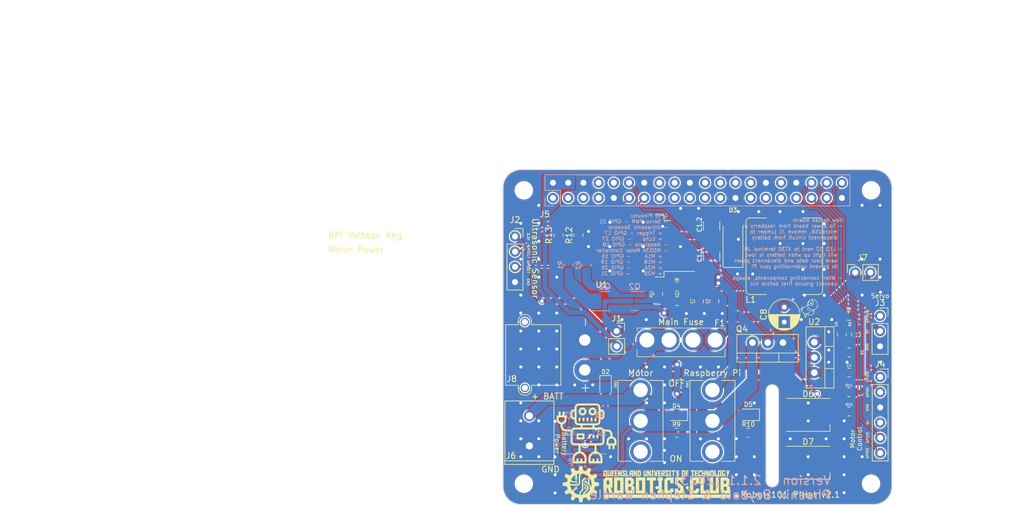
<source format=kicad_pcb>
(kicad_pcb (version 20211014) (generator pcbnew)
  (title_block (title "Robots101 Pi-Hat") (date "06 Aug 2023") (rev "2.12") (company "QUT Robotics Club") (comment 1 "By Phoenix Seybold & Stephen Wardle"))
  (layers (0 "F.Cu" signal) (31 "B.Cu" signal) (34 "B.Paste" user) (35 "F.Paste" user) (36 "B.SilkS" user "B.Silkscreen") (37 "F.SilkS" user "F.Silkscreen") (38 "B.Mask" user) (39 "F.Mask" user) (44 "Edge.Cuts" user))
  (net 0 "")
  (net 1 "GND")
  (net 2 "VCC")
  (net 3 "VDDA")
  (net 4 "+5VD")
  (net 5 "+BATT")
  (net 6 "VD")
  (net 7 "Net-(F1-Pad1)")
  (net 8 "/GPIO2{slash}SDA1")
  (net 9 "/GPIO3{slash}SCL1")
  (net 10 "/GPIO4{slash}GPCLK")
  (net 11 "/GPIO14{slash}TXD0")
  (net 12 "/GPIO15{slash}RXD0")
  (net 13 "/GPIO17{slash}GEN0")
  (net 14 "/GPIO18{slash}GEN1")
  (net 15 "/GPIO27{slash}GEN2")
  (net 16 "/GPIO22{slash}GEN3")
  (net 17 "/GPIO23{slash}GEN4")
  (net 18 "/ID_SDA")
  (net 19 "/ID_SCL")
  (net 20 "/GPIO24{slash}GEN5")
  (net 21 "/GPIO10{slash}MOSI")
  (net 22 "/GPIO9{slash}MISO")
  (net 23 "/GPIO25{slash}GEN6")
  (net 24 "/GPIO11{slash}SCLK")
  (net 25 "/GPIO8{slash}CE0")
  (net 26 "/GPIO7{slash}CE1")
  (net 27 "/GPIO5")
  (net 28 "/GPIO6")
  (net 29 "+5V")
  (net 30 "+3V3")
  (net 31 "/GPIO12")
  (net 32 "/GPIO13")
  (net 33 "/GPIO19")
  (net 34 "/GPIO16")
  (net 35 "/GPIO26")
  (net 36 "/GPIO20")
  (net 37 "/GPIO21")
  (net 38 "Net-(D3-Pad1)")
  (net 41 "/3v3")
  (net 42 "Net-(F1-Pad3)")
  (net 43 "Net-(D5-Pad1)")
  (net 44 "Vdrive")
  (net 46 "Net-(D4-Pad1)")
  (net 47 "Net-(Q1-Pad1)")
  (net 48 "Net-(Q1-Pad4)")
  (net 49 "Net-(Q3-Pad2)")
  (net 50 "-BATT")
  (net 51 "Net-(C5-Pad1)")
  (net 52 "Net-(R7-Pad1)")
  (net 53 "Net-(C3-Pad1)")
  (net 54 "Net-(D6-Pad1)")
  (net 55 "Net-(D6-Pad2)")
  (net 57 "Net-(J2-Pad3)")
  (net 58 "Net-(D2-Pad2)")
  (net 59 "Net-(C1.1-Pad2)")
  (footprint "Resistor_SMD:R_0805_2012Metric_Pad1.20x1.40mm_HandSolder" (layer "F.Cu") (at 141 88 180)
    (fp_text reference "R10")
    (fp_text value "100")
  )
  (footprint "Package_TO_SOT_SMD:TO-263-5_TabPin3" (layer "F.Cu") (at 123.968498 56.781287 180)
    (fp_text reference "U1")
    (fp_text value "LM2596S-5")
  )
  (footprint "Diode_SMD:D_0805_2012Metric_Pad1.15x1.40mm_HandSolder" (layer "F.Cu") (at 117.156137 80.296995 -90)
    (fp_text reference "D2")
    (fp_text value "LED")
  )
  (footprint "MountingHole:MountingHole_2.7mm_M2.5" (layer "F.Cu") (at 161.5 47.5)
    (fp_text reference "MH2" hide)
    (fp_text value "MountingHole_2.7mm_M2.5" hide)
  )
  (footprint "LOGO" (layer "F.Cu") (at 124 96.715514)
    (fp_text reference "G" hide)
    (fp_text value "LOGO" hide)
  )
  (footprint "Connector_AMASS:AMASS_XT30PW-M_1x02_P2.50mm_Horizontal" (layer "F.Cu") (at 113.675 72.5 90)
    (fp_text reference "J8")
    (fp_text value "Conn_01x02_Male")
  )
  (footprint "Capacitor_SMD:C_0805_2012Metric_Pad1.18x1.45mm_HandSolder" (layer "F.Cu") (at 157.771814 68.466446 180)
    (fp_text reference "C6")
    (fp_text value "22u T")
  )
  (footprint "Resistor_SMD:R_0805_2012Metric_Pad1.20x1.40mm_HandSolder" (layer "F.Cu") (at 157.803699 81.221472)
    (fp_text reference "R14")
    (fp_text value "1k")
  )
  (footprint "Resistor_SMD:R_0805_2012Metric_Pad1.20x1.40mm_HandSolder" (layer "F.Cu") (at 157.825507 74.590609 180)
    (fp_text reference "R3")
    (fp_text value "365")
  )
  (footprint "Connector_PinSocket_2.54mm:PinSocket_1x06_P2.54mm_Vertical" (layer "F.Cu") (at 163.025 78.675)
    (fp_text reference "J4")
    (fp_text value "Conn_01x06")
  )
  (footprint "LED_SMD:LED_WS2812B_PLCC4_5.0x5.0mm_P3.2mm" (layer "F.Cu") (at 151 85)
    (fp_text reference "D6")
    (fp_text value "WS2812B")
  )
  (footprint "Inductor_SMD:L_Bourns_SRR1260" (layer "F.Cu") (at 147.011263 58.507857 -90)
    (fp_text reference "L1")
    (fp_text value "48u")
  )
  (footprint "Connector_PinSocket_2.54mm:PinSocket_1x04_P2.54mm_Vertical" (layer "F.Cu") (at 102.025 55.2)
    (fp_text reference "J2")
    (fp_text value "Conn_01x04")
  )
  (footprint "Capacitor_SMD:C_0805_2012Metric_Pad1.18x1.45mm_HandSolder" (layer "F.Cu") (at 132.75 66.0375 -90)
    (fp_text reference "C7")
    (fp_text value "47u")
  )
  (footprint "Connector_PinSocket_2.54mm:PinSocket_1x02_P2.54mm_Vertical" (layer "F.Cu") (at 119 71)
    (fp_text reference "J1")
    (fp_text value "Conn_01x02" hide)
  )
  (footprint "Capacitor_SMD:C_1210_3225Metric_Pad1.33x2.70mm_HandSolder" (layer "F.Cu") (at 134.874 53.467 90)
    (fp_text reference "C1.2")
    (fp_text value "100u")
  )
  (footprint "Diode_SMD:D_0805_2012Metric_Pad1.15x1.40mm_HandSolder" (layer "F.Cu") (at 129 85 180)
    (fp_text reference "D4")
    (fp_text value "LED" hide)
  )
  (footprint "Resistor_SMD:R_0805_2012Metric_Pad1.20x1.40mm_HandSolder" (layer "F.Cu") (at 129 88 180)
    (fp_text reference "R9")
    (fp_text value "220")
  )
  (footprint "Capacitor_THT:CP_Radial_D5.0mm_P2.50mm" (layer "F.Cu") (at 147 67 -90)
    (fp_text reference "C8")
    (fp_text value "300u")
  )
  (footprint "Resistor_SMD:R_0805_2012Metric_Pad1.20x1.40mm_HandSolder" (layer "F.Cu") (at 158.97651 71.578299 90)
    (fp_text reference "R5")
    (fp_text value "121")
  )
  (footprint "MountingHole:MountingHole_2.7mm_M2.5" (layer "F.Cu") (at 103.5 96.5)
    (fp_text reference "MH3" hide)
    (fp_text value "MountingHole_2.7mm_M2.5" hide)
  )
  (footprint "Connector_PinSocket_2.54mm:PinSocket_1x03_P2.54mm_Vertical" (layer "F.Cu") (at 163 68.475)
    (fp_text reference "J3")
    (fp_text value "Conn_01x03")
  )
  (footprint "Capacitor_SMD:C_0805_2012Metric_Pad1.18x1.45mm_HandSolder" (layer "F.Cu") (at 129.098162 66)
    (fp_text reference "C3")
    (fp_text value "Cff = 10nf")
  )
  (footprint "Resistor_SMD:R_0805_2012Metric_Pad1.20x1.40mm_HandSolder" (layer "F.Cu") (at 112.625 55 -90)
    (fp_text reference "R12")
    (fp_text value "1k")
  )
  (footprint "Resistor_SMD:R_0805_2012Metric_Pad1.20x1.40mm_HandSolder" (layer "F.Cu") (at 125.943737 64.817671 90)
    (fp_text reference "R11")
    (fp_text value "1k")
  )
  (footprint "MountingHole:MountingHole_2.7mm_M2.5" (layer "F.Cu") (at 103.5 47.5)
    (fp_text reference "MH1" hide)
    (fp_text value "MountingHole_2.7mm_M2.5" hide)
  )
  (footprint "Diode_SMD:D_0805_2012Metric_Pad1.15x1.40mm_HandSolder" (layer "F.Cu") (at 141 85 180)
    (fp_text reference "D5")
    (fp_text value "LED" hide)
  )
  (footprint "Diode_SMD:D_SMA_Handsoldering" (layer "F.Cu") (at 138.43 55.9816 90)
    (fp_text reference "D3")
    (fp_text value "SK34A")
  )
  (footprint "RPi_Hat:Switch_SPDT_Jaycar" (layer "F.Cu") (at 123 86 -90)
    (fp_text reference "SW2")
    (fp_text value "SW_SPDT" hide)
  )
  (footprint "Capacitor_SMD:C_1210_3225Metric_Pad1.33x2.70mm_HandSolder" (layer "F.Cu") (at 134.874 58.547 90)
    (fp_text reference "C1.1")
    (fp_text value "100u")
  )
  (footprint "LED_SMD:LED_WS2812B_PLCC4_5.0x5.0mm_P3.2mm" (layer "F.Cu") (at 151 93)
    (fp_text reference "D7")
    (fp_text value "WS2812B")
  )
  (footprint "Resistor_SMD:R_0805_2012Metric_Pad1.20x1.40mm_HandSolder" (layer "F.Cu") (at 109.296824 55 -90)
    (fp_text reference "R13")
    (fp_text value "2k")
  )
  (footprint "RPi_Hat:MCCQ122" (layer "F.Cu") (at 124.056016 72.496126)
    (fp_text reference "F1")
    (fp_text value "MCCQ-122" hide)
  )
  (footprint "RPi_Hat:TE_282836-2" (layer "F.Cu") (at 104.427533 87.679143 90)
    (fp_text reference "J6")
    (fp_text value "Conn_01x02")
  )
  (footprint "MountingHole:MountingHole_2.7mm_M2.5" (layer "F.Cu") (at 161.5 96.5)
    (fp_text reference "MH4" hide)
    (fp_text value "MountingHole_2.7mm_M2.5" hide)
  )
  (footprint "Capacitor_SMD:C_0805_2012Metric_Pad1.18x1.45mm_HandSolder" (layer "F.Cu") (at 157.835457 77.944431)
    (fp_text reference "C4")
    (fp_text value "10u C")
  )
  (footprint "LOGO" (layer "F.Cu") (at 113.973939 88.098466)
    (fp_text reference "ROBOTS101" hide)
    (fp_text value "LOGO" hide)
  )
  (footprint "RPi_Hat:Switch_SPDT_Jaycar" (layer "F.Cu") (at 135 86 -90)
    (fp_text reference "SW1")
    (fp_text value "SW_SPDT" hide)
  )
  (footprint "Package_TO_SOT_THT:TO-220-3_Vertical" (layer "F.Cu") (at 146.77339 72.928876 180)
    (fp_text reference "Q4")
    (fp_text value "IRF9540N")
  )
  (footprint "Capacitor_SMD:C_0805_2012Metric_Pad1.18x1.45mm_HandSolder" (layer "F.Cu") (at 135.326228 66.019294 -90)
    (fp_text reference "C2")
    (fp_text value "47u")
  )
  (footprint "Capacitor_SMD:C_0805_2012Metric_Pad1.18x1.45mm_HandSolder" (layer "F.Cu") (at 156.619695 71.586129 90)
    (fp_text reference "C5")
    (fp_text value "10u")
  )
  (footprint "LOGO" (layer "F.Cu") (at 150.804892 67.343862 -65)
    (fp_text reference "G" hide)
    (fp_text value "LOGO" hide)
  )
  (footprint "Connector_PinSocket_2.54mm:PinSocket_1x02_P2.54mm_Vertical" (layer "F.Cu") (at 158.851759 61.219568 90)
    (fp_text reference "J7")
    (fp_text value "Conn_01x02")
  )
  (footprint "Resistor_SMD:R_0805_2012Metric_Pad1.20x1.40mm_HandSolder" (layer "F.Cu") (at 157.810399 84.437912 180)
    (fp_text reference "R15")
    (fp_text value "2k")
  )
  (footprint "Package_TO_SOT_THT:TO-220-3_Vertical" (layer "F.Cu") (at 152.020447 72.866553 -90)
    (fp_text reference "U2")
    (fp_text value "LM1085-5.0")
  )
  (footprint "Resistor_SMD:R_0805_2012Metric_Pad1.20x1.40mm_HandSolder" (layer "F.Cu") (at 129.068979 63.563219)
    (fp_text reference "R6")
    (fp_text value "3k")
  )
  (footprint "Connector_PinSocket_2.54mm:PinSocket_2x20_P2.54mm_Vertical" (layer "B.Cu") (at 108.37 48.77 -90)
    (fp_text reference "J5")
    (fp_text value "GPIO")
  )
  (footprint "Resistor_SMD:R_0805_2012Metric_Pad1.20x1.40mm_HandSolder" (layer "B.Cu") (at 111 60 90)
    (fp_text reference "R1")
    (fp_text value "10k")
  )
  (footprint "Resistor_SMD:R_0805_2012Metric_Pad1.20x1.40mm_HandSolder" (layer "B.Cu") (at 111.041734 86.356743 180)
    (fp_text reference "R7")
    (fp_text value "180k")
  )
  (footprint "Package_TO_SOT_SMD:SOT-23-6_Handsoldering" (layer "B.Cu") (at 117 66)
    (fp_text reference "Q1")
    (fp_text value "DMMT5401-7-F")
  )
  (footprint "Resistor_SMD:R_0805_2012Metric_Pad1.20x1.40mm_HandSolder" (layer "B.Cu") (at 114 60 90)
    (fp_text reference "R2")
    (fp_text value "47k")
  )
  (footprint "Resistor_SMD:R_0805_2012Metric_Pad1.20x1.40mm_HandSolder" (layer "B.Cu") (at 113.723581 92.86361 180)
    (fp_text reference "R4")
    (fp_text value "2K")
  )
  (footprint "Package_TO_SOT_SMD:SOT-23-3" (layer "B.Cu") (at 116.457544 89.950975)
    (fp_text reference "U3")
    (fp_text value "AZ431AN-ATRE1")
  )
  (footprint "Package_TO_SOT_SMD:SOT-23-3" (layer "B.Cu") (at 111.183882 89.950289 180)
    (fp_text reference "Q3")
    (fp_text value "SS8050")
  )
  (footprint "Package_TO_SOT_SMD:SOT-23" (layer "B.Cu") (at 122 66 180)
    (fp_text reference "Q2")
    (fp_text value "DGM2305UX")
  )
  (footprint "Resistor_SMD:R_0805_2012Metric_Pad1.20x1.40mm_HandSolder" (layer "B.Cu") (at 116.156864 86.355022)
    (fp_text reference "R8")
    (fp_text value "100K")
  )
  (gr_line (start 165 47) (end 165 97) (layer "Edge.Cuts") (width 0.1))
  (gr_arc (start 162 44) (mid 164.12132 44.87868) (end 165 47) (layer "Edge.Cuts") (width 0.1))
  (gr_line (start 100 47) (end 100 97) (layer "Edge.Cuts") (width 0.1))
  (gr_line (start 146 81) (end 146 96) (layer "Edge.Cuts") (width 0.1))
  (gr_line (start 144 96) (end 144 81) (layer "Edge.Cuts") (width 0.1))
  (gr_arc (start 103 100) (mid 100.87868 99.12132) (end 100 97) (layer "Edge.Cuts") (width 0.1))
  (gr_line (start 103 100) (end 162 100) (layer "Edge.Cuts") (width 0.1))
  (gr_arc (start 144 81) (mid 145 80) (end 146 81) (layer "Edge.Cuts") (width 0.1))
  (gr_arc (start 165 97) (mid 164.12132 99.12132) (end 162 100) (layer "Edge.Cuts") (width 0.1))
  (gr_arc (start 100 47) (mid 100.87868 44.87868) (end 103 44) (layer "Edge.Cuts") (width 0.1))
  (gr_arc (start 146 96) (mid 145 97) (end 144 96) (layer "Edge.Cuts") (width 0.1))
  (gr_line (start 162 44) (end 103 44) (layer "Edge.Cuts") (width 0.1))
  (gr_text "GPIO Pinouts:\n- Servo PWM - GPIO 21\n- Ultrasonic Sensors:\n  = Trigger - GPIO 17\n  = Echo    - GPIO 27\n- Neopixels - GPIO 18\n- MDD3A Motor Controller\n  = M1A     - GPIO 16\n  = M1B     - GPIO 19\n  = M2A     - GPIO 20\n  = M2B     - GPIO 21" (at 127.635 56.565564) (layer "B.SilkS") (effects (font (size 0.6 0.6) (thickness 0.1)) (justify left mirror)))
  (gr_text "Version   2.1.1 (2023)\nPhoenix Seybold & Stephen Wardle" (at 154.94 97.155) (layer "B.SilkS") (effects (font (size 1.5 1.5) (thickness 0.2)) (justify left mirror)))
  (gr_text "How to use board:\n- To power board from raspberry pi\n  microUSB, remove J1 jumper to \n  disconnect circuit from battery\n\n- LED D2 next to XT30 terminal J8 \n  will light up when battery is low; \n  save your data and disconnect power \n  to prevent undervolting your Pi\n\n- When connecting components, always \n  connect ground first before Vcc" (at 156.845 57.785) (layer "B.SilkS") (effects (font (size 0.6 0.6) (thickness 0.1)) (justify left mirror)))
  (gr_text "Servo" (at 162.999485 65.126006) (layer "F.SilkS") (effects (font (size 0.75 0.75) (thickness 0.12))))
  (gr_text "GND" (at 107.95 94.107) (layer "F.SilkS") (effects (font (size 1 1))))
  (gr_text "Raspberry Pi\n" (at 135 78) (layer "F.SilkS") (effects (font (size 1 1))))
  (gr_text "3.3V" (at 104.278692 55.220178 270) (layer "F.SilkS") (effects (font (size 0.4 0.4) (thickness 0.08))))
  (gr_text "RPi Voltage Reg" (at 77 55) (layer "F.SilkS") (effects (font (size 1 1))))
  (gr_text "Ultrasonic Sensor\n" (at 105.407967 58.861263 270) (layer "F.SilkS") (effects (font (size 1 1))))
  (gr_text "5V" (at 160.928663 86.285344 90) (layer "F.SilkS") (effects (font (size 0.4 0.4) (thickness 0.08))))
  (gr_text "GPIO3" (at 160.911012 88.829771 90) (layer "F.SilkS") (effects (font (size 0.4 0.4) (thickness 0.08))))
  (gr_text "5V" (at 160.896579 71.059302 90) (layer "F.SilkS") (effects (font (size 0.4 0.4) (thickness 0.08))))
  (gr_text "GND" (at 160.889753 83.766535 90) (layer "F.SilkS") (effects (font (size 0.4 0.4) (thickness 0.08))))
  (gr_text "GPIO4" (at 160.91245 81.182875 90) (layer "F.SilkS") (effects (font (size 0.4 0.4) (thickness 0.08))))
  (gr_text "Battery\nPower" (at 109.703175 89.828154 270) (layer "F.SilkS") (effects (font (size 0.75 0.75) (thickness 0.12))))
  (gr_text "GND" (at 160.868326 73.644397 90) (layer "F.SilkS") (effects (font (size 0.4 0.4) (thickness 0.08))))
  (gr_text "GPIO9" (at 160.922178 78.652519 90) (layer "F.SilkS") (effects (font (size 0.4 0.4) (thickness 0.08))))
  (gr_text "Motor Power" (at 75.438 57.404) (layer "F.SilkS") (effects (font (size 1 1))))
  (gr_text "GPIO17" (at 104.278692 57.770517 270) (layer "F.SilkS") (effects (font (size 0.4 0.4) (thickness 0.08))))
  (gr_text "GND" (at 104.252931 62.819673 270) (layer "F.SilkS") (effects (font (size 0.4 0.4) (thickness 0.08))))
  (gr_text "ON" (at 128.905 92.329) (layer "F.SilkS") (effects (font (size 1 1))))
  (gr_text "OFF" (at 129.032 79.756) (layer "F.SilkS") (effects (font (size 1 1))))
  (gr_text "Motor\nControl" (at 159 89 90) (layer "F.SilkS") (effects (font (size 0.75 0.75) (thickness 0.12))))
  (gr_text "Motor" (at 123 78) (layer "F.SilkS") (effects (font (size 1 1))))
  (gr_text "GPIO18" (at 160.910705 68.558965 90) (layer "F.SilkS") (effects (font (size 0.4 0.4) (thickness 0.08))))
  (gr_text "GPIO2" (at 160.883267 91.381328 90) (layer "F.SilkS") (effects (font (size 0.4 0.4) (thickness 0.08))))
  (gr_text "Main Fuse" (at 129.756016 69.478091) (layer "F.SilkS") (effects (font (size 1 1))))
  (gr_text "+ BATT" (at 107.442 81.915) (layer "F.SilkS") (effects (font (size 1 1))))
  (gr_text "Robots101 PiHat v2.1" (at 148 98.327608) (layer "F.SilkS") (effects (font (size 1 1))))
  (gr_text "GPIO27\n" (at 104.252931 60.295095 270) (layer "F.SilkS") (effects (font (size 0.4 0.4) (thickness 0.08))))
  (via (at 106 53) (size 0.7) (drill 0.5) (layers "F.Cu" "B.Cu") (net 1))
  (via (at 146.304 56.388) (size 0.7) (drill 0.5) (layers "F.Cu" "B.Cu") (net 1))
  (via (at 114.3 54.356) (size 0.7) (drill 0.5) (layers "F.Cu" "B.Cu") (net 1))
  (via (at 160 59) (size 0.7) (drill 0.5) (layers "F.Cu" "B.Cu") (net 1))
  (via (at 139.3416 55.6796) (size 0.7) (drill 0.5) (layers "F.Cu" "B.Cu") (net 1))
  (via (at 124 83) (size 0.7) (drill 0.5) (layers "F.Cu" "B.Cu") (net 1))
  (via (at 142 92) (size 0.7) (drill 0.5) (layers "F.Cu" "B.Cu") (net 1))
  (via (at 163 62) (size 0.7) (drill 0.5) (layers "F.Cu" "B.Cu") (net 1))
  (via (at 123.444 56.896) (size 0.7) (drill 0.5) (layers "F.Cu" "B.Cu") (net 1))
  (via (at 125.73 97.155) (size 0.7) (drill 0.5) (layers "F.Cu" "B.Cu") (net 1))
  (via (at 150.114 60.706) (size 0.7) (drill 0.5) (layers "F.Cu" "B.Cu") (net 1))
  (via (at 123.952 69.088) (size 0.7) (drill 0.5) (layers "F.Cu" "B.Cu") (net 1))
  (via (at 106 71) (size 0.7) (drill 0.5) (layers "F.Cu" "B.Cu") (net 1))
  (via (at 103 86) (size 0.7) (drill 0.5) (layers "F.Cu" "B.Cu") (net 1))
  (via (at 132.6896 50.5178) (size 0.7) (drill 0.5) (layers "F.Cu" "B.Cu") (net 1))
  (via (at 109 77) (size 0.7) (drill 0.5) (layers "F.Cu" "B.Cu") (net 1))
  (via (at 109 68) (size 0.7) (drill 0.5) (layers "F.Cu" "B.Cu") (net 1))
  (via (at 108.712 92) (size 0.7) (drill 0.5) (layers "F.Cu" "B.Cu") (net 1))
  (via (at 148 89) (size 0.7) (drill 0.5) (layers "F.Cu" "B.Cu") (net 1))
  (via (at 163 50) (size 0.7) (drill 0.5) (layers "F.Cu" "B.Cu") (net 1))
  (via (at 127 83) (size 0.7) (drill 0.5) (layers "F.Cu" "B.Cu") (net 1))
  (via (at 150.368 65.024) (size 0.7) (drill 0.5) (layers "F.Cu" "B.Cu") (net 1))
  (via (at 103 92) (size 0.7) (drill 0.5) (layers "F.Cu" "B.Cu") (net 1))
  (via (at 103 89) (size 0.7) (drill 0.5) (layers "F.Cu" "B.Cu") (net 1))
  (via (at 127 89) (size 0.7) (drill 0.5) (layers "F.Cu" "B.Cu") (net 1))
  (via (at 154.432 74.168) (size 0.7) (drill 0.5) (layers "F.Cu" "B.Cu") (net 1))
  (via (at 106 50) (size 0.7) (drill 0.5) (layers "F.Cu" "B.Cu") (net 1))
  (via (at 139 89) (size 0.7) (drill 0.5) (layers "F.Cu" "B.Cu") (net 1))
  (via (at 123.444 52.832) (size 0.7) (drill 0.5) (layers "F.Cu" "B.Cu") (net 1))
  (via (at 127 77) (size 0.7) (drill 0.5) (layers "F.Cu" "B.Cu") (net 1))
  (via (at 106 74) (size 0.7) (drill 0.5) (layers "F.Cu" "B.Cu") (net 1))
  (via (at 157 86) (size 0.7) (drill 0.5) (layers "F.Cu" "B.Cu") (net 1))
  (via (at 149.86 69.088) (size 0.7) (drill 0.5) (layers "F.Cu" "B.Cu") (net 1))
  (via (at 119.888 69.088) (size 0.7) (drill 0.5) (layers "F.Cu" "B.Cu") (net 1))
  (via (at 130.652 68.072) (size 0.7) (drill 0.5) (layers "F.Cu" "B.Cu") (net 1))
  (via (at 129.667 56.896) (size 0.7) (drill 0.5) (layers "F.Cu" "B.Cu") (net 1))
  (via (at 142 83) (size 0.7) (drill 0.5) (layers "F.Cu" "B.Cu") (net 1))
  (via (at 133 77) (size 0.7) (drill 0.5) (layers "F.Cu" "B.Cu") (net 1))
  (via (at 121 89) (size 0.7) (drill 0.5) (layers "F.Cu" "B.Cu") (net 1))
  (via (at 154.432 71.12) (size 0.7) (drill 0.5) (layers "F.Cu" "B.Cu") (net 1))
  (via (at 150.114 51.054) (size 0.7) (drill 0.5) (layers "F.Cu" "B.Cu") (net 1))
  (via (at 108.712 95) (size 0.7) (drill 0.5) (layers "F.Cu" "B.Cu") (net 1))
  (via (at 106 80) (size 0.7) (drill 0.5) (layers "F.Cu" "B.Cu") (net 1))
  (via (at 124 89) (size 0.7) (drill 0.5) (layers "F.Cu" "B.Cu") (net 1))
  (via (at 163.068 76.2) (size 0.7) (drill 0.5) (layers "F.Cu" "B.Cu") (net 1))
  (via (at 109 74) (size 0.7) (drill 0.5) (layers "F.Cu" "B.Cu") (net 1))
  (via (at 151 86) (size 0.7) (drill 0.5) (layers "F.Cu" "B.Cu") (net 1))
  (via (at 106 59) (size 0.7) (drill 0.5) (layers "F.Cu" "B.Cu") (net 1))
  (via (at 150.114 56.388) (size 0.7) (drill 0.5) (layers "F.Cu" "B.Cu") (net 1))
  (via (at 103 59) (size 0.7) (drill 0.5) (layers "F.Cu" "B.Cu") (net 1))
  (via (at 151 95) (size 0.7) (drill 0.5) (layers "F.Cu" "B.Cu") (net 1))
  (via (at 106 62) (size 0.7) (drill 0.5) (layers "F.Cu" "B.Cu") (net 1))
  (via (at 103 65) (size 0.7) (drill 0.5) (layers "F.Cu" "B.Cu") (net 1))
  (via (at 142 95) (size 0.7) (drill 0.5) (layers "F.Cu" "B.Cu") (net 1))
  (via (at 154.432 76.2) (size 0.7) (drill 0.5) (layers "F.Cu" "B.Cu") (net 1))
  (via (at 136.652 68.072) (size 0.7) (drill 0.5) (layers "F.Cu" "B.Cu") (net 1))
  (via (at 139.192 61.468) (size 0.7) (drill 0.5) (layers "F.Cu" "B.Cu") (net 1))
  (via (at 124 77) (size 0.7) (drill 0.5) (layers "F.Cu" "B.Cu") (net 1))
  (via (at 117.856 56.896) (size 0.7) (drill 0.5) (layers "F.Cu" "B.Cu") (net 1))
  (via (at 142.748 51.054) (size 0.7) (drill 0.5) (layers "F.Cu" "B.Cu") (net 1))
  (via (at 103 74) (size 0.7) (drill 0.5) (layers "F.Cu" "B.Cu") (net 1))
  (via (at 126.6896 53.5178) (size 0.7) (drill 0.5) (layers "F.Cu" "B.Cu") (net 1))
  (via (at 139 92) (size 0.7) (drill 0.5) (layers "F.Cu" "B.Cu") (net 1))
  (via (at 157 95) (size 0.7) (drill 0.5) (layers "F.Cu" "B.Cu") (net 1))
  (via (at 133.652 68.072) (size 0.7) (drill 0.5) (layers "F.Cu" "B.Cu") (net 1))
  (via (at 109 62) (size 0.7) (drill 0.5) (layers "F.Cu" "B.Cu") (net 1))
  (via (at 141.732 61.468) (size 0.7) (drill 0.5) (layers "F.Cu" "B.Cu") (net 1))
  (via (at 127 92.964) (size 0.7) (drill 0.5) (layers "F.Cu" "B.Cu") (net 1))
  (via (at 160 92) (size 0.7) (drill 0.5) (layers "F.Cu" "B.Cu") (net 1))
  (via (at 106 68) (size 0.7) (drill 0.5) (layers "F.Cu" "B.Cu") (net 1))
  (via (at 136 89) (size 0.7) (drill 0.5) (layers "F.Cu" "B.Cu") (net 1))
  (via (at 115 80) (size 0.7) (drill 0.5) (layers "F.Cu" "B.Cu") (net 1))
  (via (at 114.3 56.896) (size 0.7) (drill 0.5) (layers "F.Cu" "B.Cu") (net 1))
  (via (at 139 95) (size 0.7) (drill 0.5) (layers "F.Cu" "B.Cu") (net 1))
  (via (at 136 77) (size 0.7) (drill 0.5) (layers "F.Cu" "B.Cu") (net 1))
  (via (at 106 77) (size 0.7) (drill 0.5) (layers "F.Cu" "B.Cu") (net 1))
  (via (at 154 89) (size 0.7) (drill 0.5) (layers "F.Cu" "B.Cu") (net 1))
  (via (at 129.6896 50.5178) (size 0.7) (drill 0.5) (layers "F.Cu" "B.Cu") (net 1))
  (via (at 153.67 60.706) (size 0.7) (drill 0.5) (layers "F.Cu" "B.Cu") (net 1))
  (via (at 127 80) (size 0.7) (drill 0.5) (layers "F.Cu" "B.Cu") (net 1))
  (via (at 157.48 76.2) (size 0.7) (drill 0.5) (layers "F.Cu" "B.Cu") (net 1))
  (via (at 106 56) (size 0.7) (drill 0.5) (layers "F.Cu" "B.Cu") (net 1))
  (via (at 103 68) (size 0.7) (drill 0.5) (layers "F.Cu" "B.Cu") (net 1))
  (via (at 139.3416 51.054) (size 0.7) (drill 0.5) (layers "F.Cu" "B.Cu") (net 1))
  (via (at 154.94 69.088) (size 0.7) (drill 0.5) (layers "F.Cu" "B.Cu") (net 1))
  (via (at 133 89) (size 0.7) (drill 0.5) (layers "F.Cu" "B.Cu") (net 1))
  (via (at 157 92) (size 0.7) (drill 0.5) (layers "F.Cu" "B.Cu") (net 1))
  (via (at 117.856 60.96) (size 0.7) (drill 0.5) (layers "F.Cu" "B.Cu") (net 1))
  (via (at 109 80) (size 0.7) (drill 0.5) (layers "F.Cu" "B.Cu") (net 1))
  (via (at 157 89) (size 0.7) (drill 0.5) (layers "F.Cu" "B.Cu") (net 1))
  (via (at 112 80) (size 0.7) (drill 0.5) (layers "F.Cu" "B.Cu") (net 1))
  (via (at 106 92) (size 0.7) (drill 0.5) (layers "F.Cu" "B.Cu") (net 1))
  (via (at 160 65) (size 0.7) (drill 0.5) (layers "F.Cu" "B.Cu") (net 1))
  (via (at 103 83) (size 0.7) (drill 0.5) (layers "F.Cu" "B.Cu") (net 1))
  (via (at 153.67 56.388) (size 0.7) (drill 0.5) (layers "F.Cu" "B.Cu") (net 1))
  (via (at 163 59) (size 0.7) (drill 0.5) (layers "F.Cu" "B.Cu") (net 1))
  (via (at 118 92) (size 0.7) (drill 0.5) (layers "F.Cu" "B.Cu") (net 1))
  (via (at 130.81 97.155) (size 0.7) (drill 0.5) (layers "F.Cu" "B.Cu") (net 1))
  (via (at 108.712 98.044) (size 0.7) (drill 0.5) (layers "F.Cu" "B.Cu") (net 1))
  (via (at 103 77) (size 0.7) (drill 0.5) (layers "F.Cu" "B.Cu") (net 1))
  (via (at 123.444 60.96) (size 0.7) (drill 0.5) (layers "F.Cu" "B.Cu") (net 1))
  (via (at 117.856 52.832) (size 0.7) (drill 0.5) (layers "F.Cu" "B.Cu") (net 1))
  (via (at 151 83) (size 0.7) (drill 0.5) (layers "F.Cu" "B.Cu") (net 1))
  (via (at 146.304 51.054) (size 0.7) (drill 0.5) (layers "F.Cu" "B.Cu") (net 1))
  (via (at 103 53) (size 0.7) (drill 0.5) (layers "F.Cu" "B.Cu") (net 1))
  (via (at 163.068 64.516) (size 0.7) (drill 0.5) (layers "F.Cu" "B.Cu") (net 1))
  (via (at 109 71) (size 0.7) (drill 0.5) (layers "F.Cu" "B.Cu") (net 1))
  (via (at 106 89) (size 0.7) (drill 0.5) (layers "F.Cu" "B.Cu") (net 1))
  (via (at 153.67 65.024) (size 0.7) (drill 0.5) (layers "F.Cu" "B.Cu") (net 1))
  (via (at 127 90.932) (size 0.7) (drill 0.5) (layers "F.Cu" "B.Cu") (net 1))
  (via (at 157 98) (size 0.7) (drill 0.5) (layers "F.Cu" "B.Cu") (net 1))
  (via (at 151 92) (size 0.7) (drill 0.5) (layers "F.Cu" "B.Cu") (net 1))
  (via (at 153.67 53.086) (size 0.7) (drill 0.5) (layers "F.Cu" "B.Cu") (net 1))
  (via (at 139 98.552) (size 0.7) (drill 0.5) (layers "F.Cu" "B.Cu") (net 1))
  (via (at 160 50) (size 0.7) (drill 0.5) (layers "F.Cu" "B.Cu") (net 1))
  (via (at 106 86) (size 0.7) (drill 0.5) (layers "F.Cu" "B.Cu") (net 1))
  (via (at 103 71) (size 0.7) (drill 0.5) (layers "F.Cu" "B.Cu") (net 1))
  (via (at 108.712 86.101252) (size 0.7) (drill 0.5) (layers "F.Cu" "B.Cu") (net 1))
  (segment (start 148.698834 76.489095) (end 139.503979 76.489095) (width 1.9) (layer "F.Cu") (net 2))
  (segment (start 151.984452 77.910558) (end 152.020447 77.946553) (width 0.2) (layer "F.Cu") (net 2))
  (segment (start 132.67857 63) (end 129.875 60.19643) (width 0.9) (layer "F.Cu") (net 2))
  (segment (start 136 63) (end 132.67857 63) (width 0.9) (layer "F.Cu") (net 2))
  (segment (start 156.795835 77.946553) (end 156.797957 77.944431) (width 1.45) (layer "F.Cu") (net 2))
  (segment (start 150.120297 77.910558) (end 148.698834 76.489095) (width 1.9) (layer "F.Cu") (net 2))
  (segment (start 135.891215 61.088215) (end 134.99943 60.19643) (width 0.9) (layer "F.Cu") (net 2))
  (segment (start 135.891215 61.891215) (end 135.891215 61.088215) (width 0.9) (layer "F.Cu") (net 2))
  (segment (start 135.071537 80.921537) (end 135 80.85) (width 2) (layer "F.Cu") (net 2))
  (segment (start 136 62) (end 135.891215 61.891215) (width 0.6) (layer "F.Cu") (net 2))
  (segment (start 139.503979 76.489095) (end 135.071537 80.921537) (width 1.9) (layer "F.Cu") (net 2))
  (segment (start 152.020447 77.946553) (end 156.795835 77.946553) (width 1.45) (layer "F.Cu") (net 2))
  (segment (start 134.99943 60.19643) (end 129.725 60.19643) (width 1.1) (layer "F.Cu") (net 2))
  (segment (start 151.984452 77.910558) (end 150.120297 77.910558) (width 1.9) (layer "F.Cu") (net 2))
  (via (at 136 63) (size 0.9) (drill 0.6) (layers "F.Cu" "B.Cu") (net 2))
  (via (at 136 62) (size 0.9) (drill 0.6) (layers "F.Cu" "B.Cu") (net 2))
  (segment (start 137.720355 63.720355) (end 137.673375 63.720355) (width 0.9) (layer "B.Cu") (net 2))
  (segment (start 136 62) (end 136 63) (width 0.9) (layer "B.Cu") (net 2))
  (segment (start 136 63) (end 136.704695 63.704695) (width 0.9) (layer "B.Cu") (net 2))
  (segment (start 138.380869 65.092278) (end 138.380869 77.469131) (width 1.5) (layer "B.Cu") (net 2))
  (segment (start 136.030279 62.030279) (end 137.720355 63.720355) (width 0.9) (layer "B.Cu") (net 2))
  (segment (start 136.704695 63.704695) (end 137.689035 63.704695) (width 0.9) (layer "B.Cu") (net 2))
  (segment (start 136.602353 63.313762) (end 136.993286 63.704695) (width 0.6) (layer "B.Cu") (net 2))
  (segment (start 136.993286 63.704695) (end 137.689035 63.704695) (width 0.6) (layer "B.Cu") (net 2))
  (segment (start 138.380869 77.469131) (end 135 80.85) (width 1.5) (layer "B.Cu") (net 2))
  (segment (start 136.602353 63.313762) (end 138.380869 65.092278) (width 1.3) (layer "B.Cu") (net 2))
  (segment (start 128.823854 68) (end 130.135662 66.688192) (width 1.2) (layer "F.Cu") (net 3))
  (segment (start 138.136905 64.942956) (end 146.561136 64.942956) (width 0.5) (layer "F.Cu") (net 3))
  (segment (start 135.335393 64.972629) (end 135.326228 64.981794) (width 0.2) (layer "F.Cu") (net 3))
  (segment (start 137.266324 64.972629) (end 135.335393 64.972629) (width 0.6) (layer "F.Cu") (net 3))
  (segment (start 139.726575 67.43288) (end 137.266324 64.972629) (width 0.6) (layer "F.Cu") (net 3))
  (segment (start 147.011263 66.988737) (end 147 67) (width 0.6) (layer "F.Cu") (net 3))
  (segment (start 135.308022 65) (end 132.75 65) (width 1.2) (layer "F.Cu") (net 3))
  (segment (start 135.335393 64.972629) (end 135.308022 65) (width 0.6) (layer "F.Cu") (net 3))
  (segment (start 126.921772 68) (end 128.823854 68) (width 1.2) (layer "F.Cu") (net 3))
  (segment (start 130.068979 63.563219) (end 130.068979 64.583338) (width 1.2) (layer "F.Cu") (net 3))
  (segment (start 131.313219 63.563219) (end 132.75 65) (width 1.2) (layer "F.Cu") (net 3))
  (segment (start 146.56712 67.43288) (end 139.726575 67.43288) (width 0.6) (layer "F.Cu") (net 3))
  (segment (start 147.011263 62.192942) (end 147.011263 65.393083) (width 0.6) (layer "F.Cu") (net 3))
  (segment (start 130.068979 64.583338) (end 130.162069 64.676428) (width 1.2) (layer "F.Cu") (net 3))
  (segment (start 130.068979 63.563219) (end 131.313219 63.563219) (width 1.2) (layer "F.Cu") (net 3))
  (segment (start 146.561136 64.942956) (end 147.011263 65.393083) (width 0.5) (layer "F.Cu") (net 3))
  (segment (start 137.686778 65.393083) (end 138.136905 64.942956) (width 0.5) (layer "F.Cu") (net 3))
  (segment (start 130.135662 66.688192) (end 130.135662 66) (width 1.2) (layer "F.Cu") (net 3))
  (segment (start 130.162069 65.973593) (end 130.135662 66) (width 0.2) (layer "F.Cu") (net 3))
  (segment (start 147 67) (end 146.56712 67.43288) (width 0.6) (layer "F.Cu") (net 3))
  (segment (start 147.011263 65.393083) (end 147.011263 66.988737) (width 0.6) (layer "F.Cu") (net 3))
  (segment (start 137.266324 64.972629) (end 137.686778 65.393083) (width 0.2) (layer "F.Cu") (net 3))
  (segment (start 130.162069 64.676428) (end 130.162069 65.973593) (width 1.2) (layer "F.Cu") (net 3))
  (via (at 126.921772 68) (size 1.2) (drill 0.6) (layers "F.Cu" "B.Cu") (net 3))
  (segment (start 126.921772 68) (end 125.871772 66.95) (width 0.8) (layer "B.Cu") (net 3))
  (segment (start 125.871772 66.95) (end 122.9375 66.95) (width 0.8) (layer "B.Cu") (net 3))
  (segment (start 123.0875 66.95) (end 118.35 66.95) (width 0.65) (layer "B.Cu") (net 3))
  (segment (start 158.97651 70.578299) (end 158.522641 70.12443) (width 1.45) (layer "F.Cu") (net 4))
  (segment (start 158.851759 64.018052) (end 158.851759 61.219568) (width 1.45) (layer "F.Cu") (net 4))
  (segment (start 158.522641 70.12443) (end 158.522641 64.34717) (width 1.45) (layer "F.Cu") (net 4))
  (segment (start 158.851759 62.368793) (end 149.496649 71.723903) (width 1.7) (layer "F.Cu") (net 4))
  (segment (start 149.496649 73.689702) (end 151.2135 75.406553) (width 1.7) (layer "F.Cu") (net 4))
  (segment (start 158.522641 64.34717) (end 158.851759 64.018052) (width 1.45) (layer "F.Cu") (net 4))
  (segment (start 158.851759 61.219568) (end 158.851759 62.368793) (width 1.7) (layer "F.Cu") (net 4))
  (segment (start 149.496649 71.723903) (end 149.496649 73.689702) (width 1.7) (layer "F.Cu") (net 4))
  (segment (start 151.2135 75.406553) (end 152.020447 75.406553) (width 1.7) (layer "F.Cu") (net 4))
  (segment (start 158.851759 61.219568) (end 159 61.367809) (width 1.45) (layer "F.Cu") (net 4))
  (segment (start 123.325472 80.85) (end 127.475472 85) (width 0.6) (layer "F.Cu") (net 5))
  (segment (start 123 80.85) (end 123.325472 80.85) (width 0.6) (layer "F.Cu") (net 5))
  (segment (start 127.475472 85) (end 127.975 85) (width 0.6) (layer "F.Cu") (net 5))
  (segment (start 121.37014 82.47986) (end 107.126816 82.47986) (width 1.8) (layer "B.Cu") (net 5))
  (segment (start 107.126816 82.47986) (end 104.427533 85.179143) (width 1.8) (layer "B.Cu") (net 5))
  (segment (start 123 80.85) (end 121.37014 82.47986) (width 1.8) (layer "B.Cu") (net 5))
  (segment (start 129.086607 76.586607) (end 128.221698 75.721698) (width 1.15) (layer "F.Cu") (net 6))
  (segment (start 129.086607 81.5) (end 131.68184 84.095233) (width 1.15) (layer "F.Cu") (net 6))
  (segment (start 121.111092 74.797532) (end 121.111092 71.908344) (width 1.15) (layer "F.Cu") (net 6))
  (segment (start 137.741509 93.007505) (end 137.741509 87.233491) (width 1.15) (layer "F.Cu") (net 6))
  (segment (start 133.425 93.860849) (end 136.888165 93.860849) (width 1.15) (layer "F.Cu") (net 6))
  (segment (start 136.888165 93.860849) (end 137.741509 93.007505) (width 1.15) (layer "F.Cu") (net 6))
  (segment (start 137.741509 87.233491) (end 139.975 85) (width 1.15) (layer "F.Cu") (net 6))
  (segment (start 121.111092 71.908344) (end 120.202748 71) (width 1.15) (layer "F.Cu") (net 6))
  (segment (start 131.68184 84.095233) (end 131.68184 92.117689) (width 1.15) (layer "F.Cu") (net 6))
  (segment (start 128.221698 75.721698) (end 122.035258 75.721698) (width 1.15) (layer "F.Cu") (net 6))
  (segment (start 122.035258 75.721698) (end 121.111092 74.797532) (width 1.15) (layer "F.Cu") (net 6))
  (segment (start 131.68184 92.117689) (end 133.425 93.860849) (width 1.15) (layer "F.Cu") (net 6))
  (segment (start 120.202748 71) (end 119 71) (width 1.15) (layer "F.Cu") (net 6))
  (via (at 129.086607 76.586607) (size 1.15) (drill 0.6) (layers "F.Cu" "B.Cu") (net 6))
  (via (at 129.086607 81.5) (size 1.15) (drill 0.6) (layers "F.Cu" "B.Cu") (net 6))
  (segment (start 117.095 66) (end 117 66.095) (width 0.7) (layer "B.Cu") (net 6))
  (segment (start 119 70.373604) (end 119 71) (width 0.7) (layer "B.Cu") (net 6))
  (segment (start 117 66.095) (end 117 68.373604) (width 0.7) (layer "B.Cu") (net 6))
  (segment (start 118.397094 71) (end 116.997766 69.600672) (width 0.7) (layer "B.Cu") (net 6))
  (segment (start 119 71) (end 118.397094 71) (width 0.7) (layer "B.Cu") (net 6))
  (segment (start 129.086607 81.5) (end 129.086607 76.586607) (width 1.15) (layer "B.Cu") (net 6))
  (segment (start 117 68.373604) (end 119 70.373604) (width 0.7) (layer "B.Cu") (net 6))
  (segment (start 118.35 66) (end 117.095 66) (width 0.7) (layer "B.Cu") (net 6))
  (segment (start 116.997766 69.600672) (end 116.997766 68.206941) (width 0.7) (layer "B.Cu") (net 6))
  (segment (start 120.9125 66) (end 118.35 66) (width 0.8) (layer "B.Cu") (net 6))
  (segment (start 124.056016 72.496126) (end 127.756016 72.496126) (width 3.5) (layer "B.Cu") (net 7))
  (segment (start 113.675 77.5) (end 120.078616 77.5) (width 3.5) (layer "B.Cu") (net 7))
  (segment (start 124.056016 73.5226) (end 124.056016 72.496126) (width 3.5) (layer "B.Cu") (net 7))
  (segment (start 120.078616 77.5) (end 124.056016 73.5226) (width 3.5) (layer "B.Cu") (net 7))
  (segment (start 119.666012 50.173988) (end 110.41186 50.173988) (width 0.3) (layer "F.Cu") (net 13))
  (segment (start 102.845848 57.74) (end 102.025 57.74) (width 0.3) (layer "F.Cu") (net 13))
  (segment (start 121.07 48.77) (end 119.666012 50.173988) (width 0.3) (layer "F.Cu") (net 13))
  (segment (start 110.41186 50.173988) (end 102.845848 57.74) (width 0.3) (layer "F.Cu") (net 13))
  (segment (start 152.5 82.4) (end 153.45 83.35) (width 0.3) (layer "F.Cu") (net 14))
  (segment (start 152.5 81.5) (end 152.5 82.4) (width 0.3) (layer "F.Cu") (net 14))
  (via (at 152.5 81.5) (size 0.9) (drill 0.6) (layers "F.Cu" "B.Cu") (net 14))
  (segment (start 149.171246 78.171246) (end 152.5 81.5) (width 0.3) (layer "B.Cu") (net 14))
  (segment (start 122.326418 49.441967) (end 123.689117 50.804666) (width 0.3) (layer "B.Cu") (net 14))
  (segment (start 143.924137 71.097205) (end 147.737378 71.097205) (width 0.3) (layer "B.Cu") (net 14))
  (segment (start 123.689117 50.804666) (end 126.679516 50.804666) (width 0.3) (layer "B.Cu") (net 14))
  (segment (start 121.07 46.23) (end 122.326418 47.486418) (width 0.3) (layer "B.Cu") (net 14))
  (segment (start 139.937425 67.110493) (end 143.924137 71.097205) (width 0.3) (layer "B.Cu") (net 14))
  (segment (start 126.679516 50.804666) (end 139.937425 64.062575) (width 0.3) (layer "B.Cu") (net 14))
  (segment (start 122.326418 47.486418) (end 122.326418 49.441967) (width 0.3) (layer "B.Cu") (net 14))
  (segment (start 139.937425 64.062575) (end 139.937425 67.110493) (width 0.3) (layer "B.Cu") (net 14))
  (segment (start 147.737378 71.097205) (end 149.171246 72.531073) (width 0.3) (layer "B.Cu") (net 14))
  (segment (start 149.171246 72.531073) (end 149.171246 78.171246) (width 0.3) (layer "B.Cu") (net 14))
  (segment (start 121.581858 50.798142) (end 123.61 48.77) (width 0.3) (layer "F.Cu") (net 15))
  (segment (start 112.625 54) (end 109.296824 54) (width 0.3) (layer "F.Cu") (net 15))
  (segment (start 115.826858 50.798142) (end 121.581858 50.798142) (width 0.3) (layer "F.Cu") (net 15))
  (segment (start 112.625 54) (end 115.826858 50.798142) (width 0.3) (layer "F.Cu") (net 15))
  (segment (start 107.037756 49.981566) (end 107.02 49.96381) (width 0.6) (layer "B.Cu") (net 29))
  (segment (start 107.02 49.96381) (end 107.02 47.58) (width 0.6) (layer "B.Cu") (net 29))
  (segment (start 119 73.172199) (end 113.702801 67.875) (width 0.8) (layer "B.Cu") (net 29))
  (segment (start 108.37 46.23) (end 110.91 46.23) (width 0.6) (layer "B.Cu") (net 29))
  (segment (start 113.702801 67.875) (end 111.109681 67.875) (width 0.8) (layer "B.Cu") (net 29))
  (segment (start 111.109681 67.875) (end 107.037756 63.803075) (width 0.8) (layer "B.Cu") (net 29))
  (segment (start 107.02 47.58) (end 108.37 46.23) (width 0.6) (layer "B.Cu") (net 29))
  (segment (start 107.037756 63.803075) (end 107.037756 49.981566) (width 0.8) (layer "B.Cu") (net 29))
  (segment (start 119 73.54) (end 119 73.172199) (width 0.8) (layer "B.Cu") (net 29))
  (segment (start 155.5 52.72) (end 151.55 48.77) (width 0.3) (layer "B.Cu") (net 33))
  (segment (start 163.025 88.835) (end 159.785639 85.595639) (width 0.3) (layer "B.Cu") (net 33))
  (segment (start 155.5 64.621319) (end 155.5 52.72) (width 0.3) (layer "B.Cu") (net 33))
  (segment (start 159.785639 85.595639) (end 159.785639 68.906957) (width 0.3) (layer "B.Cu") (net 33))
  (segment (start 159.785639 68.906957) (end 155.5 64.621319) (width 0.3) (layer "B.Cu") (net 33))
  (segment (start 163.025 91.375) (end 159.285639 87.635639) (width 0.3) (layer "B.Cu") (net 34))
  (segment (start 155 53) (end 152.499743 50.499743) (width 0.3) (layer "B.Cu") (net 34))
  (segment (start 159.285639 87.635639) (end 159.285639 69.114063) (width 0.3) (layer "B.Cu") (net 34))
  (segment (start 150.272156 49.427009) (end 150.272156 47.507844) (width 0.3) (layer "B.Cu") (net 34))
  (segment (start 150.272156 47.507844) (end 151.55 46.23) (width 0.3) (layer "B.Cu") (net 34))
  (segment (start 159.285639 69.114063) (end 155 64.828425) (width 0.3) (layer "B.Cu") (net 34))
  (segment (start 155 64.828425) (end 155 53) (width 0.3) (layer "B.Cu") (net 34))
  (segment (start 152.499743 50.499743) (end 151.34489 50.499743) (width 0.3) (layer "B.Cu") (net 34))
  (segment (start 151.34489 50.499743) (end 150.272156 49.427009) (width 0.3) (layer "B.Cu") (net 34))
  (segment (start 156.5 64.207106) (end 156.5 52.305788) (width 0.3) (layer "B.Cu") (net 35))
  (segment (start 160.785639 68.492745) (end 156.5 64.207106) (width 0.3) (layer "B.Cu") (net 35))
  (segment (start 156.5 52.305788) (end 154.09 49.895788) (width 0.3) (layer "B.Cu") (net 35))
  (segment (start 160.785639 76.435639) (end 160.785639 68.492745) (width 0.3) (layer "B.Cu") (net 35))
  (segment (start 163.025 78.675) (end 160.785639 76.435639) (width 0.3) (layer "B.Cu") (net 35))
  (segment (start 154.09 49.895788) (end 154.09 48.77) (width 0.3) (layer "B.Cu") (net 35))
  (segment (start 152.823375 49.336269) (end 152.823375 47.496625) (width 0.3) (layer "B.Cu") (net 36))
  (segment (start 160.285639 78.475639) (end 160.285639 68.699851) (width 0.3) (layer "B.Cu") (net 36))
  (segment (start 152.823375 47.496625) (end 154.09 46.23) (width 0.3) (layer "B.Cu") (net 36))
  (segment (start 156 52.512894) (end 152.823375 49.336269) (width 0.3) (layer "B.Cu") (net 36))
  (segment (start 163.025 81.215) (end 160.285639 78.475639) (width 0.3) (layer "B.Cu") (net 36))
  (segment (start 160.285639 68.699851) (end 156 64.414212) (width 0.3) (layer "B.Cu") (net 36))
  (segment (start 156 64.414212) (end 156 52.512894) (width 0.3) (layer "B.Cu") (net 36))
  (segment (start 161.475 68.475) (end 157 64) (width 0.3) (layer "B.Cu") (net 37))
  (segment (start 157 52.098682) (end 155.344204 50.442886) (width 0.3) (layer "B.Cu") (net 37))
  (segment (start 157 64) (end 157 52.098682) (width 0.3) (layer "B.Cu") (net 37))
  (segment (start 155.344204 50.442886) (end 155.344204 47.515796) (width 0.3) (layer "B.Cu") (net 37))
  (segment (start 155.344204 47.515796) (end 156.63 46.23) (width 0.3) (layer "B.Cu") (net 37))
  (segment (start 163 68.475) (end 161.475 68.475) (width 0.3) (layer "B.Cu") (net 37))
  (segment (start 129.743498 58.481287) (end 137.221287 58.481287) (width 1.1) (layer "F.Cu") (net 38))
  (segment (start 145.342143 53.657857) (end 147.011263 53.657857) (width 3.5) (layer "F.Cu") (net 38))
  (segment (start 140.5 58.5) (end 138.474421 58.5) (width 3.5) (layer "F.Cu") (net 38))
  (segment (start 140.5 58.5) (end 145.342143 53.657857) (width 3.5) (layer "F.Cu") (net 38))
  (segment (start 138.9888 58.4708) (end 137.821073 58.4708) (width 0.5) (layer "F.Cu") (net 38))
  (segment (start 138.43 58.4816) (end 137.222042 58.4816) (width 0.2) (layer "F.Cu") (net 38))
  (segment (start 137.221287 58.481287) (end 138.429245 58.481287) (width 1.1) (layer "F.Cu") (net 38))
  (arc (start 137.821073 58.4708) (mid 137.806963 58.473607) (end 137.795 58.4816) (width 0.5) (layer "F.Cu") (net 38))
  (arc (start 138.963483 58.481287) (mid 138.977185 58.478561) (end 138.9888 58.4708) (width 1.1) (layer "F.Cu") (net 38))
  (arc (start 138.429245 58.481287) (mid 138.429653 58.481369) (end 138.43 58.4816) (width 0.2) (layer "F.Cu") (net 38))
  (arc (start 138.474421 58.5) (mid 138.45038 58.495218) (end 138.43 58.4816) (width 3.5) (layer "F.Cu") (net 38))
  (arc (start 137.222042 58.4816) (mid 137.221633 58.481519) (end 137.221287 58.481287) (width 0.2) (layer "F.Cu") (net 38))
  (segment (start 135.456016 72.496126) (end 137.452142 70.5) (width 1.9) (layer "F.Cu") (net 42))
  (segment (start 131.756016 72.496126) (end 135.456016 72.496126) (width 3.5) (layer "F.Cu") (net 42))
  (segment (start 142.916104 70.5) (end 144.23339 71.817286) (width 1.9) (layer "F.Cu") (net 42))
  (segment (start 137.452142 70.5) (end 142.916104 70.5) (width 1.9) (layer "F.Cu") (net 42))
  (segment (start 144.23339 71.817286) (end 144.23339 72.928876) (width 1.9) (layer "F.Cu") (net 42))
  (segment (start 142.025 85) (end 142.025 87.975) (width 0.6) (layer "F.Cu") (net 43))
  (segment (start 142.025 87.975) (end 142 88) (width 0.2) (layer "F.Cu") (net 43))
  (segment (start 158.803699 81.221472) (end 159.778528 81.221472) (width 0.8) (layer "F.Cu") (net 44))
  (segment (start 159.778528 81.221472) (end 160.994968 80.005032) (width 0.8) (layer "F.Cu") (net 44))
  (segment (start 160.645419 79.640939) (end 160.944073 79.939593) (width 0.8) (layer "F.Cu") (net 44))
  (segment (start 147.757547 79.640939) (end 160.645419 79.640939) (width 0.8) (layer "F.Cu") (net 44))
  (segment (start 133.366782 83.390472) (end 137.266025 83.390472) (width 0.8) (layer "F.Cu") (net 44))
  (segment (start 160.999999 69.014999) (end 163 71.015) (width 0.8) (layer "F.Cu") (net 44))
  (segment (start 160.999999 61.611328) (end 160.999999 69.014999) (width 0.8) (layer "F.Cu") (net 44))
  (segment (start 116.734249 70.375021) (end 116.734249 75.289013) (width 0.8) (layer "F.Cu") (net 44))
  (segment (start 119.488632 78.043396) (end 128.019706 78.043396) (width 0.8) (layer "F.Cu") (net 44))
  (segment (start 146.755024 78.638416) (end 147.757547 79.640939) (width 0.8) (layer "F.Cu") (net 44))
  (segment (start 161.391759 61.219568) (end 160.999999 61.611328) (width 0.8) (layer "F.Cu") (net 44))
  (segment (start 128.019706 78.043396) (end 133.366782 83.390472) (width 0.8) (layer "F.Cu") (net 44))
  (segment (start 106.530618 66) (end 112.359228 66) (width 0.8) (layer "F.Cu") (net 44))
  (segment (start 142.018081 78.638416) (end 146.755024 78.638416) (width 0.8) (layer "F.Cu") (net 44))
  (segment (start 106.515309 65.984691) (end 106.530618 66) (width 0.8) (layer "F.Cu") (net 44))
  (segment (start 116.734249 75.289013) (end 119.488632 78.043396) (width 0.8) (layer "F.Cu") (net 44))
  (segment (start 137.266025 83.390472) (end 142.018081 78.638416) (width 0.8) (layer "F.Cu") (net 44))
  (segment (start 112.359228 66) (end 116.734249 70.375021) (width 0.8) (layer "F.Cu") (net 44))
  (segment (start 160.994968 80.005032) (end 160.994968 67.303699) (width 0.8) (layer "F.Cu") (net 44))
  (via (at 106.515309 65.984691) (size 0.9) (drill 0.6) (layers "F.Cu" "B.Cu") (net 44))
  (segment (start 106.515309 65.984691) (end 105 64.469382) (width 0.8) (layer "B.Cu") (net 44))
  (segment (start 105 64.469382) (end 105 58.175) (width 0.8) (layer "B.Cu") (net 44))
  (segment (start 105 58.175) (end 102.025 55.2) (width 0.8) (layer "B.Cu") (net 44))
  (segment (start 130.025 85) (end 130.025 87.975) (width 0.6) (layer "F.Cu") (net 46))
  (segment (start 130.025 87.975) (end 130 88) (width 0.2) (layer "F.Cu") (net 46))
  (segment (start 111 62.110724) (end 111.408262 62.110724) (width 0.65) (layer "B.Cu") (net 47))
  (segment (start 110.628759 63.628759) (end 110.628759 62.481965) (width 0.65) (layer "B.Cu") (net 47))
  (segment (start 115.65 66.95) (end 113.95 66.95) (width 0.65) (layer "B.Cu") (net 47))
  (segment (start 114.347538 65.05) (end 115.65 65.05) (width 0.65) (layer "B.Cu") (net 47))
  (segment (start 111 61.3052) (end 111 62.110724) (width 1.4) (layer "B.Cu") (net 47))
  (segment (start 113.95 66.95) (end 110.628759 63.628759) (width 0.65) (layer "B.Cu") (net 47))
  (segment (start 111.408262 62.110724) (end 114.347538 65.05) (width 0.65) (layer "B.Cu") (net 47))
  (segment (start 110.628759 62.481965) (end 111 62.110724) (width 0.65) (layer "B.Cu") (net 47))
  (segment (start 111 61) (end 111 61.3052) (width 0.6) (layer "B.Cu") (net 47))
  (segment (start 115.65 66.95) (end 115.65 66) (width 0.6) (layer "B.Cu") (net 47))
  (segment (start 115.65 65.05) (end 115.65 66) (width 0.6) (layer "B.Cu") (net 47))
  (segment (start 114 61) (end 114 61.349887) (width 0.6) (layer "B.Cu") (net 48))
  (segment (start 118.350101 64.51118) (end 117.338921 63.5) (width 1.4) (layer "B.Cu") (net 48))
  (segment (start 117.338921 63.5) (end 114.811253 63.5) (width 1.4) (layer "B.Cu") (net 48))
  (segment (start 118.350101 64.51118) (end 118.35 64.511281) (width 0.65) (layer "B.Cu") (net 48))
  (segment (start 114.811253 63.5) (end 114 62.688747) (width 1.4) (layer "B.Cu") (net 48))
  (segment (start 118.35 65.05) (end 123.0875 65.05) (width 0.65) (layer "B.Cu") (net 48))
  (segment (start 114 62.688747) (end 114 61.349887) (width 1.4) (layer "B.Cu") (net 48))
  (segment (start 118.35 64.511281) (end 118.35 65.05) (width 0.65) (layer "B.Cu") (net 48))
  (segment (start 114.723581 92.86361) (end 112.758668 90.898697) (width 0.6) (layer "B.Cu") (net 49))
  (segment (start 112.321382 90.900289) (end 115.169358 90.900289) (width 0.6) (layer "B.Cu") (net 49))
  (segment (start 112.322974 90.898697) (end 112.321382 90.900289) (width 0.2) (layer "B.Cu") (net 49))
  (segment (start 115.169358 90.900289) (end 115.170044 90.900975) (width 0.6) (layer "B.Cu") (net 49))
  (segment (start 112.758668 90.898697) (end 112.322974 90.898697) (width 0.6) (layer "B.Cu") (net 49))
  (segment (start 135 86) (end 123 86) (width 3.5) (layer "B.Cu") (net 50))
  (segment (start 118 95) (end 113.929985 95) (width 0.6) (layer "B.Cu") (net 50))
  (segment (start 109.896382 91.721998) (end 109.896382 89.950289) (width 0.6) (layer "B.Cu") (net 50))
  (segment (start 123 86) (end 123 86.165008) (width 0.2) (layer "B.Cu") (net 50))
  (segment (start 109.896382 89.950289) (end 110 89.846671) (width 0.6) (layer "B.Cu") (net 50))
  (segment (start 120 88.522641) (end 120 93) (width 0.6) (layer "B.Cu") (net 50))
  (segment (start 113.929985 95) (end 112.723581 93.793596) (width 0.6) (layer "B.Cu") (net 50))
  (segment (start 112.723581 93.793596) (end 112.723581 92.86361) (width 0.6) (layer "B.Cu") (net 50))
  (segment (start 122.357633 86.165008) (end 120 88.522641) (width 0.6) (layer "B.Cu") (net 50))
  (segment (start 135 86) (end 141.69339 79.30661) (width 1.9) (layer "B.Cu") (net 50))
  (segment (start 120 93) (end 118 95) (width 0.6) (layer "B.Cu") (net 50))
  (segment (start 123 86.165008) (end 122.357633 86.165008) (width 0.6) (layer "B.Cu") (net 50))
  (segment (start 110 86.407773) (end 110.046382 86.361391) (width 0.6) (layer "B.Cu") (net 50))
  (segment (start 141.69339 79.30661) (end 141.69339 72.928876) (width 1.9) (layer "B.Cu") (net 50))
  (segment (start 110 89.846671) (end 110 86.407773) (width 0.6) (layer "B.Cu") (net 50))
  (segment (start 111.037994 92.86361) (end 109.896382 91.721998) (width 0.6) (layer "B.Cu") (net 50))
  (segment (start 112.723581 92.86361) (end 111.037994 92.86361) (width 0.6) (layer "B.Cu") (net 50))
  (segment (start 110.046382 86.361391) (end 110.041734 86.356743) (width 0.2) (layer "B.Cu") (net 50))
  (segment (start 152.020447 72.866553) (end 152.328195 72.558805) (width 1.2) (layer "F.Cu") (net 51))
  (segment (start 156.619695 72.623629) (end 156.825507 72.829441) (width 1.2) (layer "F.Cu") (net 51))
  (segment (start 156.825507 72.829441) (end 156.825507 74.590609) (width 1.2) (layer "F.Cu") (net 51))
  (segment (start 158.93118 72.623629) (end 158.97651 72.578299) (width 0.2) (layer "F.Cu") (net 51))
  (segment (start 156.554871 72.558805) (end 156.619695 72.623629) (width 1.2) (layer "F.Cu") (net 51))
  (segment (start 152.328195 72.558805) (end 156.554871 72.558805) (width 1.2) (layer "F.Cu") (net 51))
  (segment (start 156.619695 72.623629) (end 158.93118 72.623629) (width 1.2) (layer "F.Cu") (net 51))
  (segment (start 156.79159 72.866553) (end 156.7348 72.809763) (width 0.6) (layer "F.Cu") (net 51))
  (segment (start 115.15928 86.357438) (end 115.15928 88.998697) (width 0.6) (layer "B.Cu") (net 52))
  (segment (start 112.041734 86.356743) (end 115.155143 86.356743) (width 0.6) (layer "B.Cu") (net 52))
  (segment (start 115.155143 86.356743) (end 115.156864 86.355022) (width 0.2) (layer "B.Cu") (net 52))
  (segment (start 115.156864 86.355022) (end 115.15928 86.357438) (width 0.2) (layer "B.Cu") (net 52))
  (segment (start 126.343691 55.656309) (end 126.918713 55.081287) (width 1.3) (layer "F.Cu") (net 53))
  (segment (start 126.365774 61.487204) (end 126.343691 61.465121) (width 1.3) (layer "F.Cu") (net 53))
  (segment (start 127.114799 65.817671) (end 127.297128 66) (width 1.2) (layer "F.Cu") (net 53))
  (segment (start 128.060662 66) (end 128.060662 65) (width 1.2) (layer "F.Cu") (net 53))
  (segment (start 128.068979 64.991683) (end 128.068979 63.190409) (width 1.2) (layer "F.Cu") (net 53))
  (segment (start 127.297128 66) (end 128.060662 66) (width 1.2) (layer "F.Cu") (net 53))
  (segment (start 126.343691 61.465121) (end 126.343691 55.656309) (width 1.3) (layer "F.Cu") (net 53))
  (segment (start 128.068979 64.991683) (end 128.060662 65) (width 0.6) (layer "F.Cu") (net 53))
  (segment (start 126.918713 55.081287) (end 129.743498 55.081287) (width 1.3) (layer "F.Cu") (net 53))
  (segment (start 128.068979 63.190409) (end 126.365774 61.487204) (width 1.2) (layer "F.Cu") (net 53))
  (segment (start 125.943737 65.817671) (end 127.114799 65.817671) (width 1.2) (layer "F.Cu") (net 53))
  (segment (start 147 84) (end 147 89.8) (width 0.8) (layer "F.Cu") (net 54))
  (segment (start 149.955975 84.755975) (end 154.244025 84.755975) (width 0.8) (layer "F.Cu") (net 54))
  (segment (start 147 89.8) (end 148.55 91.35) (width 0.8) (layer "F.Cu") (net 54))
  (segment (start 156.803699 81.221472) (end 156.801641 81.22353) (width 0.8) (layer "F.Cu") (net 54))
  (segment (start 156.803699 82.196301) (end 156.803699 81.221472) (width 0.8) (layer "F.Cu") (net 54))
  (segment (start 147.65 83.35) (end 147 84) (width 0.8) (layer "F.Cu") (net 54))
  (segment (start 154.244025 84.755975) (end 156.803699 82.196301) (width 0.8) (layer "F.Cu") (net 54))
  (segment (start 156.801641 81.22353) (end 156.801641 84.429154) (width 0.8) (layer "F.Cu") (net 54))
  (segment (start 148.55 83.35) (end 147.65 83.35) (width 0.8) (layer "F.Cu") (net 54))
  (segment (start 148.55 83.35) (end 149.955975 84.755975) (width 0.8) (layer "F.Cu") (net 54))
  (segment (start 148.55 86.65) (end 153.25 91.35) (width 0.3) (layer "F.Cu") (net 55))
  (segment (start 153.25 91.35) (end 153.45 91.35) (width 0.2) (layer "F.Cu") (net 55))
  (segment (start 108.345 60.28) (end 112.625 56) (width 0.3) (layer "F.Cu") (net 57))
  (segment (start 105.999781 60.28) (end 108.345 60.28) (width 0.3) (layer "F.Cu") (net 57))
  (segment (start 105.999781 60.28) (end 102.025 60.28) (width 0.3) (layer "F.Cu") (net 57))
  (segment (start 113.737117 89.921396) (end 117.156137 86.502376) (width 0.6) (layer "F.Cu") (net 58))
  (segment (start 117.156137 86.502376) (end 117.156137 81.321995) (width 0.6) (layer "F.Cu") (net 58))
  (via (at 113.737117 89.921396) (size 0.9) (drill 0.6) (layers "F.Cu" "B.Cu") (net 58))
  (segment (start 112.321382 89.000289) (end 112.81601 89.000289) (width 0.6) (layer "B.Cu") (net 58))
  (segment (start 112.81601 89.000289) (end 113.737117 89.921396) (width 0.6) (layer "B.Cu") (net 58))
  (segment (start 134.874 56.9845) (end 134.874 55.0295) (width 1) (layer "F.Cu") (net 59))
  (zone (net 2) (net_name "VCC") (layer "F.Cu") (priority 1) (connect_pads yes (clearance 0.127)) (min_thickness 0.254) (fill yes (thermal_gap 0.508) (thermal_bridge_width 0.508))
    (polygon (pts (xy 136.017 60.833) (xy 135.995319 61.946638) (xy 136.006314 63.031543) (xy 135.455533 63.071705) (xy 132.700118 63.058106) (xy 129.413 59.817) (xy 134.7978 59.817)))
  )
  (zone (net 3) (net_name "VDDA") (layer "F.Cu") (priority 1) (connect_pads yes (clearance 0.127)) (min_thickness 0.254) (fill yes (thermal_gap 0.508) (thermal_bridge_width 0.508))
    (polygon (pts (xy 149.91535 65.172141) (xy 147.581285 67.539396) (xy 146.338933 67.734275) (xy 147.7844 65.317112)))
  )
  (zone (net 3) (net_name "VDDA") (layer "F.Cu") (priority 1) (connect_pads yes (clearance 0.127)) (min_thickness 0.254) (fill yes (thermal_gap 0.508) (thermal_bridge_width 0.508))
    (polygon (pts (xy 147.79361 67.186237) (xy 139.62499 67.69546) (xy 135.310964 65.542876) (xy 135.637613 64.390945) (xy 147.776846 64.407722)))
  )
  (zone (net 1) (net_name "GND") (layers F&B.Cu) (name "stitch_zone_0") (connect_pads yes (clearance 0.127)) (min_thickness 0.254) (fill yes (thermal_gap 0.508) (thermal_bridge_width 0.508))
    (polygon (pts (xy 165 100) (xy 100 100) (xy 100 44) (xy 165 44)))
  )
  (zone (net 59) (net_name "Net-(C1.1-Pad2)") (layer "F.Cu") (priority 1) (connect_pads yes (clearance 0.127)) (min_thickness 0.254) (fill yes (thermal_gap 0.508) (thermal_bridge_width 0.508))
    (polygon (pts (xy 136.144 56.896) (xy 133.604 56.896) (xy 133.604 54.991) (xy 136.144 54.991)))
  )
  (zone (net 53) (net_name "Net-(C3-Pad1)") (layer "F.Cu") (priority 1) (connect_pads yes (clearance 0.127)) (min_thickness 0.254) (fill yes (thermal_gap 0.508) (thermal_bridge_width 0.508))
    (polygon (pts (xy 127.080071 62.298278) (xy 126.639275 62.606261) (xy 125.693867 61.819922) (xy 125.69968 61.084925)))
  )
  (zone (net 5) (net_name "+BATT") (layer "B.Cu") (priority 1) (connect_pads yes (clearance 0.127)) (min_thickness 0.254) (fill yes (thermal_gap 0.508) (thermal_bridge_width 0.508))
    (polygon (pts (xy 124.361917 81.95824) (xy 122.827741 83.391497) (xy 118.662207 83.362411) (xy 121.88168 79.502363)))
  )
  (zone (net 3) (net_name "VDDA") (layer "B.Cu") (priority 1) (connect_pads yes (clearance 0)) (min_thickness 0.254) (fill yes (thermal_gap 0.508) (thermal_bridge_width 0.508))
    (polygon (pts (xy 124.921123 67.354029) (xy 122.994955 67.342284) (xy 122.017893 68.101412) (xy 117.568799 68.110343) (xy 117.571576 66.624162) (xy 122.184555 66.625843) (xy 122.315431 66.535422) (xy 124.979847 66.531884)))
  )
  (zone (net 6) (net_name "VD") (layer "B.Cu") (priority 1) (connect_pads yes (clearance 0)) (min_thickness 0.254) (fill yes (thermal_gap 0.508) (thermal_bridge_width 0.508))
    (polygon (pts (xy 117 69) (xy 117.5 69) (xy 117.352724 68.227444) (xy 119.331461 70.202587) (xy 118.203724 71.303312) (xy 116.636471 69.741611) (xy 116.655482 68.91996)))
  )
  (zone (net 47) (net_name "Net-(Q1-Pad1)") (layer "B.Cu") (priority 1) (connect_pads yes (clearance 0)) (min_thickness 0.254) (fill yes (thermal_gap 0.508) (thermal_bridge_width 0.508))
    (polygon (pts (xy 116.43375 64.719368) (xy 116.42679 67.263231) (xy 114 67.268451) (xy 114 67.259751) (xy 114.439508 64.716946)))
  )
  (zone (net 29) (net_name "+5V") (layer "B.Cu") (priority 1) (connect_pads yes (clearance 0.127)) (min_thickness 0.254) (fill yes (thermal_gap 0.508) (thermal_bridge_width 0.508))
    (polygon (pts (xy 112.03684 47.328953) (xy 109.651831 47.328952) (xy 109.694631 49.69295) (xy 107.229228 52.129623) (xy 106.644592 52.147023) (xy 106.652345 48.703716) (xy 106.662759 45.037678) (xy 112.03684 45.048093)))
  )
  (zone (net 50) (net_name "-BATT") (layer "B.Cu") (priority 1) (connect_pads yes (clearance 0.127)) (min_thickness 0.254) (fill yes (thermal_gap 0.508) (thermal_bridge_width 0.508))
    (polygon (pts (xy 142.571711 80.688357) (xy 136.172258 87.295304) (xy 134.943333 87.753908) (xy 135.361917 84.294638) (xy 140.754661 78.90604) (xy 142.639069 77.882927)))
  )
  (zone (net 2) (net_name "VCC") (layer "B.Cu") (priority 1) (connect_pads yes (clearance 0.127)) (min_thickness 0.254) (fill yes (thermal_gap 0.508) (thermal_bridge_width 0.508))
    (polygon (pts (xy 139.126395 64.4739) (xy 139.13033 65.22991) (xy 137.642722 65.218078) (xy 136.353497 63.992266) (xy 137.608695 62.97216)))
  )
  (zone (net 48) (net_name "Net-(Q1-Pad4)") (layer "B.Cu") (priority 1) (connect_pads yes (clearance 0.127)) (min_thickness 0.254) (fill yes (thermal_gap 0.508) (thermal_bridge_width 0.508))
    (polygon (pts (xy 120.202018 65.373092) (xy 118.171642 65.377594) (xy 117.050658 64.193583) (xy 117.806985 62.973556)))
  )
  (zone (net 47) (net_name "Net-(Q1-Pad1)") (layer "B.Cu") (priority 1) (connect_pads yes (clearance 0.127)) (min_thickness 0.254) (fill yes (thermal_gap 0.508) (thermal_bridge_width 0.508))
    (polygon (pts (xy 113.941275 64.902677) (xy 115.021808 65.125831) (xy 115.080533 66.969784) (xy 113.941275 66.934549) (xy 110.301641 63.463953) (xy 110.315561 61.428166)))
  )
)
</source>
